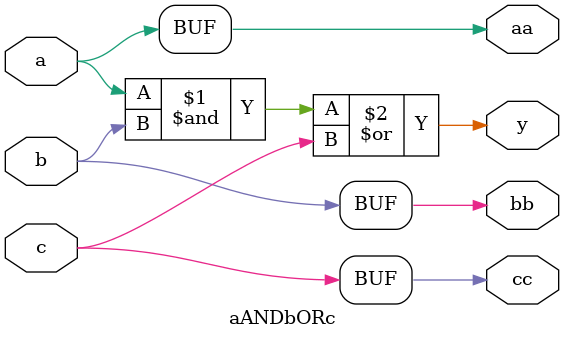
<source format=v>
`timescale 1ns / 1ps

module aANDbORc(y,a,b,c,aa,bb,cc);
 output y,aa,bb,cc;
 input a,b,c;

assign aa=a;
assign bb=b;
assign cc=c;

assign y = (a & b)|c;

endmodule
</source>
